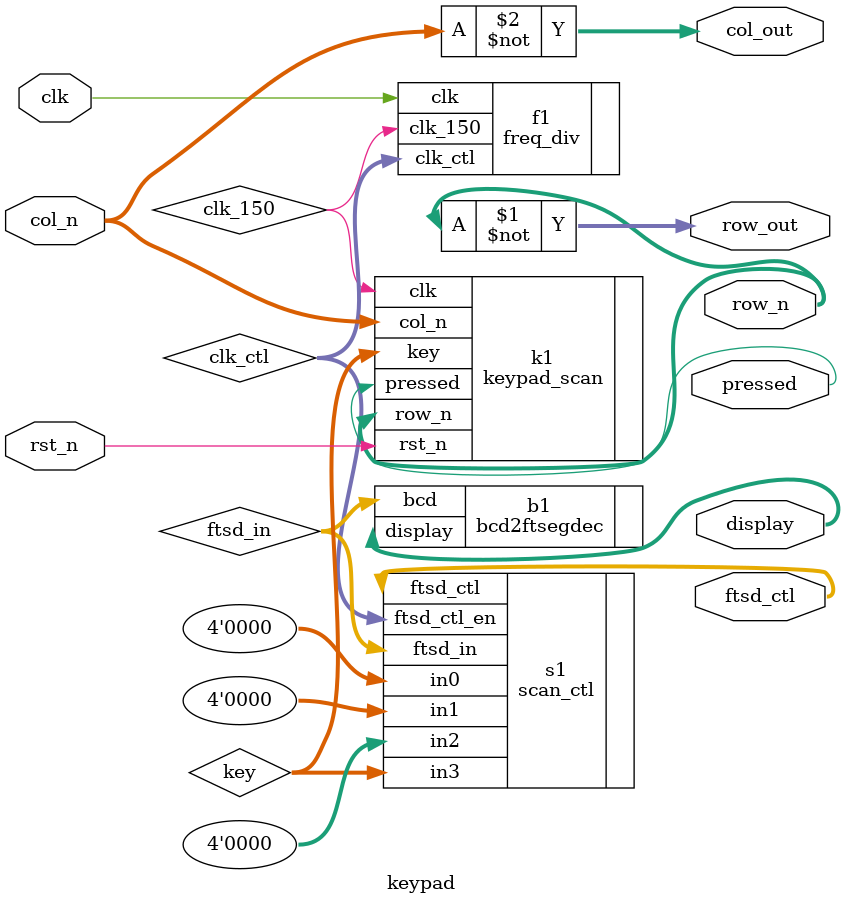
<source format=v>
`timescale 1ns / 1ps
module keypad(
    clk,
	 rst_n,
	 col_n,
	 row_n,
	 display,
	 ftsd_ctl,
	 pressed,//LED
	 row_out,//LED
	 col_out//LED
	 );



input clk;
input rst_n;
input [3:0] col_n;
output [3:0] row_n;
output [14:0] display;
output [3:0] ftsd_ctl;
output pressed;
output [3:0] row_out;
output [3:0] col_out;



wire clk_150;
wire [1:0] clk_ctl;
wire [3:0] key;
wire [3:0] ftsd_in;


assign row_out=~row_n;
assign col_out=~col_n;

freq_div f1(
	.clk_ctl(clk_ctl),
	.clk_150(clk_150),
	.clk(clk)
	);



keypad_scan k1(
    .clk(clk_150),
	 .rst_n(rst_n),
	 .col_n(col_n),//pressed column index
	 .row_n(row_n),//scanned row index
	 .key(key),//returned pressed key
	 .pressed(pressed)//whether key pressed(1) or not(0)
	 );


scan_ctl s1(
	.ftsd_ctl(ftsd_ctl), // ftsd display control signal 
	.ftsd_in(ftsd_in), // output to ftsd display
	.in0(4'b0000), // 1st input
	.in1(4'b0000), // 2nd input
	.in2(4'b0000), // 3rd input
	.in3(key), // 4th input
	.ftsd_ctl_en(clk_ctl) // divided clock for scan control
    );


bcd2ftsegdec b1(
	.display(display), // 14-segment display output
	.bcd(ftsd_in) // BCD input
    );



endmodule

</source>
